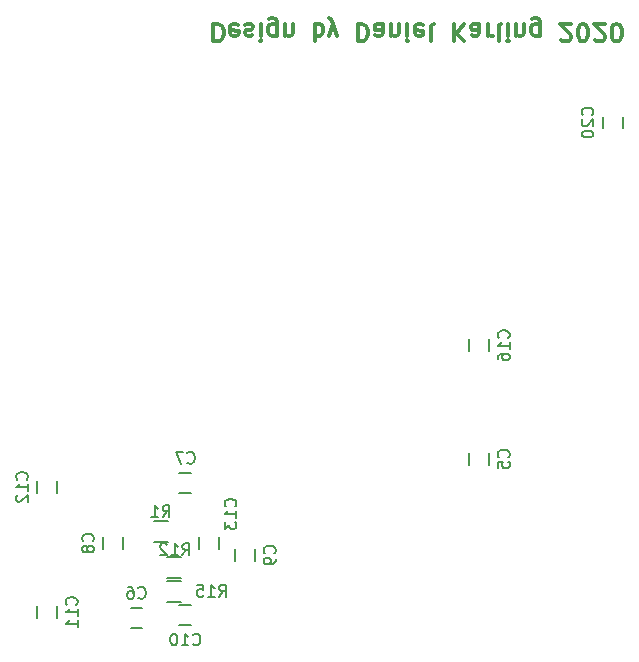
<source format=gbr>
G04 #@! TF.GenerationSoftware,KiCad,Pcbnew,(5.1.4)-1*
G04 #@! TF.CreationDate,2020-04-24T18:52:46+02:00*
G04 #@! TF.ProjectId,electronic_load,656c6563-7472-46f6-9e69-635f6c6f6164,rev?*
G04 #@! TF.SameCoordinates,Original*
G04 #@! TF.FileFunction,Legend,Bot*
G04 #@! TF.FilePolarity,Positive*
%FSLAX46Y46*%
G04 Gerber Fmt 4.6, Leading zero omitted, Abs format (unit mm)*
G04 Created by KiCad (PCBNEW (5.1.4)-1) date 2020-04-24 18:52:46*
%MOMM*%
%LPD*%
G04 APERTURE LIST*
%ADD10C,0.300000*%
%ADD11C,0.150000*%
G04 APERTURE END LIST*
D10*
X63839500Y-69806428D02*
X63839500Y-71306428D01*
X64196642Y-71306428D01*
X64410928Y-71235000D01*
X64553785Y-71092142D01*
X64625214Y-70949285D01*
X64696642Y-70663571D01*
X64696642Y-70449285D01*
X64625214Y-70163571D01*
X64553785Y-70020714D01*
X64410928Y-69877857D01*
X64196642Y-69806428D01*
X63839500Y-69806428D01*
X65910928Y-69877857D02*
X65768071Y-69806428D01*
X65482357Y-69806428D01*
X65339500Y-69877857D01*
X65268071Y-70020714D01*
X65268071Y-70592142D01*
X65339500Y-70735000D01*
X65482357Y-70806428D01*
X65768071Y-70806428D01*
X65910928Y-70735000D01*
X65982357Y-70592142D01*
X65982357Y-70449285D01*
X65268071Y-70306428D01*
X66553785Y-69877857D02*
X66696642Y-69806428D01*
X66982357Y-69806428D01*
X67125214Y-69877857D01*
X67196642Y-70020714D01*
X67196642Y-70092142D01*
X67125214Y-70235000D01*
X66982357Y-70306428D01*
X66768071Y-70306428D01*
X66625214Y-70377857D01*
X66553785Y-70520714D01*
X66553785Y-70592142D01*
X66625214Y-70735000D01*
X66768071Y-70806428D01*
X66982357Y-70806428D01*
X67125214Y-70735000D01*
X67839500Y-69806428D02*
X67839500Y-70806428D01*
X67839500Y-71306428D02*
X67768071Y-71235000D01*
X67839500Y-71163571D01*
X67910928Y-71235000D01*
X67839500Y-71306428D01*
X67839500Y-71163571D01*
X69196642Y-70806428D02*
X69196642Y-69592142D01*
X69125214Y-69449285D01*
X69053785Y-69377857D01*
X68910928Y-69306428D01*
X68696642Y-69306428D01*
X68553785Y-69377857D01*
X69196642Y-69877857D02*
X69053785Y-69806428D01*
X68768071Y-69806428D01*
X68625214Y-69877857D01*
X68553785Y-69949285D01*
X68482357Y-70092142D01*
X68482357Y-70520714D01*
X68553785Y-70663571D01*
X68625214Y-70735000D01*
X68768071Y-70806428D01*
X69053785Y-70806428D01*
X69196642Y-70735000D01*
X69910928Y-70806428D02*
X69910928Y-69806428D01*
X69910928Y-70663571D02*
X69982357Y-70735000D01*
X70125214Y-70806428D01*
X70339500Y-70806428D01*
X70482357Y-70735000D01*
X70553785Y-70592142D01*
X70553785Y-69806428D01*
X72410928Y-69806428D02*
X72410928Y-71306428D01*
X72410928Y-70735000D02*
X72553785Y-70806428D01*
X72839500Y-70806428D01*
X72982357Y-70735000D01*
X73053785Y-70663571D01*
X73125214Y-70520714D01*
X73125214Y-70092142D01*
X73053785Y-69949285D01*
X72982357Y-69877857D01*
X72839500Y-69806428D01*
X72553785Y-69806428D01*
X72410928Y-69877857D01*
X73625214Y-70806428D02*
X73982357Y-69806428D01*
X74339500Y-70806428D02*
X73982357Y-69806428D01*
X73839500Y-69449285D01*
X73768071Y-69377857D01*
X73625214Y-69306428D01*
X76053785Y-69806428D02*
X76053785Y-71306428D01*
X76410928Y-71306428D01*
X76625214Y-71235000D01*
X76768071Y-71092142D01*
X76839500Y-70949285D01*
X76910928Y-70663571D01*
X76910928Y-70449285D01*
X76839500Y-70163571D01*
X76768071Y-70020714D01*
X76625214Y-69877857D01*
X76410928Y-69806428D01*
X76053785Y-69806428D01*
X78196642Y-69806428D02*
X78196642Y-70592142D01*
X78125214Y-70735000D01*
X77982357Y-70806428D01*
X77696642Y-70806428D01*
X77553785Y-70735000D01*
X78196642Y-69877857D02*
X78053785Y-69806428D01*
X77696642Y-69806428D01*
X77553785Y-69877857D01*
X77482357Y-70020714D01*
X77482357Y-70163571D01*
X77553785Y-70306428D01*
X77696642Y-70377857D01*
X78053785Y-70377857D01*
X78196642Y-70449285D01*
X78910928Y-70806428D02*
X78910928Y-69806428D01*
X78910928Y-70663571D02*
X78982357Y-70735000D01*
X79125214Y-70806428D01*
X79339500Y-70806428D01*
X79482357Y-70735000D01*
X79553785Y-70592142D01*
X79553785Y-69806428D01*
X80268071Y-69806428D02*
X80268071Y-70806428D01*
X80268071Y-71306428D02*
X80196642Y-71235000D01*
X80268071Y-71163571D01*
X80339500Y-71235000D01*
X80268071Y-71306428D01*
X80268071Y-71163571D01*
X81553785Y-69877857D02*
X81410928Y-69806428D01*
X81125214Y-69806428D01*
X80982357Y-69877857D01*
X80910928Y-70020714D01*
X80910928Y-70592142D01*
X80982357Y-70735000D01*
X81125214Y-70806428D01*
X81410928Y-70806428D01*
X81553785Y-70735000D01*
X81625214Y-70592142D01*
X81625214Y-70449285D01*
X80910928Y-70306428D01*
X82482357Y-69806428D02*
X82339500Y-69877857D01*
X82268071Y-70020714D01*
X82268071Y-71306428D01*
X84196642Y-69806428D02*
X84196642Y-71306428D01*
X85053785Y-69806428D02*
X84410928Y-70663571D01*
X85053785Y-71306428D02*
X84196642Y-70449285D01*
X86339500Y-69806428D02*
X86339500Y-70592142D01*
X86268071Y-70735000D01*
X86125214Y-70806428D01*
X85839500Y-70806428D01*
X85696642Y-70735000D01*
X86339500Y-69877857D02*
X86196642Y-69806428D01*
X85839500Y-69806428D01*
X85696642Y-69877857D01*
X85625214Y-70020714D01*
X85625214Y-70163571D01*
X85696642Y-70306428D01*
X85839500Y-70377857D01*
X86196642Y-70377857D01*
X86339500Y-70449285D01*
X87053785Y-69806428D02*
X87053785Y-70806428D01*
X87053785Y-70520714D02*
X87125214Y-70663571D01*
X87196642Y-70735000D01*
X87339500Y-70806428D01*
X87482357Y-70806428D01*
X88196642Y-69806428D02*
X88053785Y-69877857D01*
X87982357Y-70020714D01*
X87982357Y-71306428D01*
X88768071Y-69806428D02*
X88768071Y-70806428D01*
X88768071Y-71306428D02*
X88696642Y-71235000D01*
X88768071Y-71163571D01*
X88839500Y-71235000D01*
X88768071Y-71306428D01*
X88768071Y-71163571D01*
X89482357Y-70806428D02*
X89482357Y-69806428D01*
X89482357Y-70663571D02*
X89553785Y-70735000D01*
X89696642Y-70806428D01*
X89910928Y-70806428D01*
X90053785Y-70735000D01*
X90125214Y-70592142D01*
X90125214Y-69806428D01*
X91482357Y-70806428D02*
X91482357Y-69592142D01*
X91410928Y-69449285D01*
X91339500Y-69377857D01*
X91196642Y-69306428D01*
X90982357Y-69306428D01*
X90839500Y-69377857D01*
X91482357Y-69877857D02*
X91339500Y-69806428D01*
X91053785Y-69806428D01*
X90910928Y-69877857D01*
X90839500Y-69949285D01*
X90768071Y-70092142D01*
X90768071Y-70520714D01*
X90839500Y-70663571D01*
X90910928Y-70735000D01*
X91053785Y-70806428D01*
X91339500Y-70806428D01*
X91482357Y-70735000D01*
X93268071Y-71163571D02*
X93339500Y-71235000D01*
X93482357Y-71306428D01*
X93839500Y-71306428D01*
X93982357Y-71235000D01*
X94053785Y-71163571D01*
X94125214Y-71020714D01*
X94125214Y-70877857D01*
X94053785Y-70663571D01*
X93196642Y-69806428D01*
X94125214Y-69806428D01*
X95053785Y-71306428D02*
X95196642Y-71306428D01*
X95339500Y-71235000D01*
X95410928Y-71163571D01*
X95482357Y-71020714D01*
X95553785Y-70735000D01*
X95553785Y-70377857D01*
X95482357Y-70092142D01*
X95410928Y-69949285D01*
X95339500Y-69877857D01*
X95196642Y-69806428D01*
X95053785Y-69806428D01*
X94910928Y-69877857D01*
X94839500Y-69949285D01*
X94768071Y-70092142D01*
X94696642Y-70377857D01*
X94696642Y-70735000D01*
X94768071Y-71020714D01*
X94839500Y-71163571D01*
X94910928Y-71235000D01*
X95053785Y-71306428D01*
X96125214Y-71163571D02*
X96196642Y-71235000D01*
X96339500Y-71306428D01*
X96696642Y-71306428D01*
X96839500Y-71235000D01*
X96910928Y-71163571D01*
X96982357Y-71020714D01*
X96982357Y-70877857D01*
X96910928Y-70663571D01*
X96053785Y-69806428D01*
X96982357Y-69806428D01*
X97910928Y-71306428D02*
X98053785Y-71306428D01*
X98196642Y-71235000D01*
X98268071Y-71163571D01*
X98339500Y-71020714D01*
X98410928Y-70735000D01*
X98410928Y-70377857D01*
X98339500Y-70092142D01*
X98268071Y-69949285D01*
X98196642Y-69877857D01*
X98053785Y-69806428D01*
X97910928Y-69806428D01*
X97768071Y-69877857D01*
X97696642Y-69949285D01*
X97625214Y-70092142D01*
X97553785Y-70377857D01*
X97553785Y-70735000D01*
X97625214Y-71020714D01*
X97696642Y-71163571D01*
X97768071Y-71235000D01*
X97910928Y-71306428D01*
D11*
X98513000Y-77668500D02*
X98513000Y-78668500D01*
X96813000Y-78668500D02*
X96813000Y-77668500D01*
X85510000Y-97544000D02*
X85510000Y-96544000D01*
X87210000Y-96544000D02*
X87210000Y-97544000D01*
X64350000Y-113292000D02*
X64350000Y-114292000D01*
X62650000Y-114292000D02*
X62650000Y-113292000D01*
X50634000Y-108544500D02*
X50634000Y-109544500D01*
X48934000Y-109544500D02*
X48934000Y-108544500D01*
X48934000Y-120134000D02*
X48934000Y-119134000D01*
X50634000Y-119134000D02*
X50634000Y-120134000D01*
X60968000Y-119038000D02*
X61968000Y-119038000D01*
X61968000Y-120738000D02*
X60968000Y-120738000D01*
X65698000Y-115308000D02*
X65698000Y-114308000D01*
X67398000Y-114308000D02*
X67398000Y-115308000D01*
X56222000Y-113292000D02*
X56222000Y-114292000D01*
X54522000Y-114292000D02*
X54522000Y-113292000D01*
X61968000Y-109562000D02*
X60968000Y-109562000D01*
X60968000Y-107862000D02*
X61968000Y-107862000D01*
X57825500Y-120992000D02*
X56825500Y-120992000D01*
X56825500Y-119292000D02*
X57825500Y-119292000D01*
X85510000Y-107180000D02*
X85510000Y-106180000D01*
X87210000Y-106180000D02*
X87210000Y-107180000D01*
X59918000Y-118731000D02*
X61118000Y-118731000D01*
X61118000Y-116981000D02*
X59918000Y-116981000D01*
X59918000Y-116699000D02*
X61118000Y-116699000D01*
X61118000Y-114949000D02*
X59918000Y-114949000D01*
X58770000Y-113651000D02*
X59970000Y-113651000D01*
X59970000Y-111901000D02*
X58770000Y-111901000D01*
X95920142Y-77525642D02*
X95967761Y-77478023D01*
X96015380Y-77335166D01*
X96015380Y-77239928D01*
X95967761Y-77097071D01*
X95872523Y-77001833D01*
X95777285Y-76954214D01*
X95586809Y-76906595D01*
X95443952Y-76906595D01*
X95253476Y-76954214D01*
X95158238Y-77001833D01*
X95063000Y-77097071D01*
X95015380Y-77239928D01*
X95015380Y-77335166D01*
X95063000Y-77478023D01*
X95110619Y-77525642D01*
X95110619Y-77906595D02*
X95063000Y-77954214D01*
X95015380Y-78049452D01*
X95015380Y-78287547D01*
X95063000Y-78382785D01*
X95110619Y-78430404D01*
X95205857Y-78478023D01*
X95301095Y-78478023D01*
X95443952Y-78430404D01*
X96015380Y-77858976D01*
X96015380Y-78478023D01*
X95015380Y-79097071D02*
X95015380Y-79192309D01*
X95063000Y-79287547D01*
X95110619Y-79335166D01*
X95205857Y-79382785D01*
X95396333Y-79430404D01*
X95634428Y-79430404D01*
X95824904Y-79382785D01*
X95920142Y-79335166D01*
X95967761Y-79287547D01*
X96015380Y-79192309D01*
X96015380Y-79097071D01*
X95967761Y-79001833D01*
X95920142Y-78954214D01*
X95824904Y-78906595D01*
X95634428Y-78858976D01*
X95396333Y-78858976D01*
X95205857Y-78906595D01*
X95110619Y-78954214D01*
X95063000Y-79001833D01*
X95015380Y-79097071D01*
X88817142Y-96401142D02*
X88864761Y-96353523D01*
X88912380Y-96210666D01*
X88912380Y-96115428D01*
X88864761Y-95972571D01*
X88769523Y-95877333D01*
X88674285Y-95829714D01*
X88483809Y-95782095D01*
X88340952Y-95782095D01*
X88150476Y-95829714D01*
X88055238Y-95877333D01*
X87960000Y-95972571D01*
X87912380Y-96115428D01*
X87912380Y-96210666D01*
X87960000Y-96353523D01*
X88007619Y-96401142D01*
X88912380Y-97353523D02*
X88912380Y-96782095D01*
X88912380Y-97067809D02*
X87912380Y-97067809D01*
X88055238Y-96972571D01*
X88150476Y-96877333D01*
X88198095Y-96782095D01*
X87912380Y-98210666D02*
X87912380Y-98020190D01*
X87960000Y-97924952D01*
X88007619Y-97877333D01*
X88150476Y-97782095D01*
X88340952Y-97734476D01*
X88721904Y-97734476D01*
X88817142Y-97782095D01*
X88864761Y-97829714D01*
X88912380Y-97924952D01*
X88912380Y-98115428D01*
X88864761Y-98210666D01*
X88817142Y-98258285D01*
X88721904Y-98305904D01*
X88483809Y-98305904D01*
X88388571Y-98258285D01*
X88340952Y-98210666D01*
X88293333Y-98115428D01*
X88293333Y-97924952D01*
X88340952Y-97829714D01*
X88388571Y-97782095D01*
X88483809Y-97734476D01*
X65698642Y-110672642D02*
X65746261Y-110625023D01*
X65793880Y-110482166D01*
X65793880Y-110386928D01*
X65746261Y-110244071D01*
X65651023Y-110148833D01*
X65555785Y-110101214D01*
X65365309Y-110053595D01*
X65222452Y-110053595D01*
X65031976Y-110101214D01*
X64936738Y-110148833D01*
X64841500Y-110244071D01*
X64793880Y-110386928D01*
X64793880Y-110482166D01*
X64841500Y-110625023D01*
X64889119Y-110672642D01*
X65793880Y-111625023D02*
X65793880Y-111053595D01*
X65793880Y-111339309D02*
X64793880Y-111339309D01*
X64936738Y-111244071D01*
X65031976Y-111148833D01*
X65079595Y-111053595D01*
X64793880Y-111958357D02*
X64793880Y-112577404D01*
X65174833Y-112244071D01*
X65174833Y-112386928D01*
X65222452Y-112482166D01*
X65270071Y-112529785D01*
X65365309Y-112577404D01*
X65603404Y-112577404D01*
X65698642Y-112529785D01*
X65746261Y-112482166D01*
X65793880Y-112386928D01*
X65793880Y-112101214D01*
X65746261Y-112005976D01*
X65698642Y-111958357D01*
X48041142Y-108401642D02*
X48088761Y-108354023D01*
X48136380Y-108211166D01*
X48136380Y-108115928D01*
X48088761Y-107973071D01*
X47993523Y-107877833D01*
X47898285Y-107830214D01*
X47707809Y-107782595D01*
X47564952Y-107782595D01*
X47374476Y-107830214D01*
X47279238Y-107877833D01*
X47184000Y-107973071D01*
X47136380Y-108115928D01*
X47136380Y-108211166D01*
X47184000Y-108354023D01*
X47231619Y-108401642D01*
X48136380Y-109354023D02*
X48136380Y-108782595D01*
X48136380Y-109068309D02*
X47136380Y-109068309D01*
X47279238Y-108973071D01*
X47374476Y-108877833D01*
X47422095Y-108782595D01*
X47231619Y-109734976D02*
X47184000Y-109782595D01*
X47136380Y-109877833D01*
X47136380Y-110115928D01*
X47184000Y-110211166D01*
X47231619Y-110258785D01*
X47326857Y-110306404D01*
X47422095Y-110306404D01*
X47564952Y-110258785D01*
X48136380Y-109687357D01*
X48136380Y-110306404D01*
X52241142Y-118991142D02*
X52288761Y-118943523D01*
X52336380Y-118800666D01*
X52336380Y-118705428D01*
X52288761Y-118562571D01*
X52193523Y-118467333D01*
X52098285Y-118419714D01*
X51907809Y-118372095D01*
X51764952Y-118372095D01*
X51574476Y-118419714D01*
X51479238Y-118467333D01*
X51384000Y-118562571D01*
X51336380Y-118705428D01*
X51336380Y-118800666D01*
X51384000Y-118943523D01*
X51431619Y-118991142D01*
X52336380Y-119943523D02*
X52336380Y-119372095D01*
X52336380Y-119657809D02*
X51336380Y-119657809D01*
X51479238Y-119562571D01*
X51574476Y-119467333D01*
X51622095Y-119372095D01*
X52336380Y-120895904D02*
X52336380Y-120324476D01*
X52336380Y-120610190D02*
X51336380Y-120610190D01*
X51479238Y-120514952D01*
X51574476Y-120419714D01*
X51622095Y-120324476D01*
X62110857Y-122345142D02*
X62158476Y-122392761D01*
X62301333Y-122440380D01*
X62396571Y-122440380D01*
X62539428Y-122392761D01*
X62634666Y-122297523D01*
X62682285Y-122202285D01*
X62729904Y-122011809D01*
X62729904Y-121868952D01*
X62682285Y-121678476D01*
X62634666Y-121583238D01*
X62539428Y-121488000D01*
X62396571Y-121440380D01*
X62301333Y-121440380D01*
X62158476Y-121488000D01*
X62110857Y-121535619D01*
X61158476Y-122440380D02*
X61729904Y-122440380D01*
X61444190Y-122440380D02*
X61444190Y-121440380D01*
X61539428Y-121583238D01*
X61634666Y-121678476D01*
X61729904Y-121726095D01*
X60539428Y-121440380D02*
X60444190Y-121440380D01*
X60348952Y-121488000D01*
X60301333Y-121535619D01*
X60253714Y-121630857D01*
X60206095Y-121821333D01*
X60206095Y-122059428D01*
X60253714Y-122249904D01*
X60301333Y-122345142D01*
X60348952Y-122392761D01*
X60444190Y-122440380D01*
X60539428Y-122440380D01*
X60634666Y-122392761D01*
X60682285Y-122345142D01*
X60729904Y-122249904D01*
X60777523Y-122059428D01*
X60777523Y-121821333D01*
X60729904Y-121630857D01*
X60682285Y-121535619D01*
X60634666Y-121488000D01*
X60539428Y-121440380D01*
X69005142Y-114641333D02*
X69052761Y-114593714D01*
X69100380Y-114450857D01*
X69100380Y-114355619D01*
X69052761Y-114212761D01*
X68957523Y-114117523D01*
X68862285Y-114069904D01*
X68671809Y-114022285D01*
X68528952Y-114022285D01*
X68338476Y-114069904D01*
X68243238Y-114117523D01*
X68148000Y-114212761D01*
X68100380Y-114355619D01*
X68100380Y-114450857D01*
X68148000Y-114593714D01*
X68195619Y-114641333D01*
X69100380Y-115117523D02*
X69100380Y-115308000D01*
X69052761Y-115403238D01*
X69005142Y-115450857D01*
X68862285Y-115546095D01*
X68671809Y-115593714D01*
X68290857Y-115593714D01*
X68195619Y-115546095D01*
X68148000Y-115498476D01*
X68100380Y-115403238D01*
X68100380Y-115212761D01*
X68148000Y-115117523D01*
X68195619Y-115069904D01*
X68290857Y-115022285D01*
X68528952Y-115022285D01*
X68624190Y-115069904D01*
X68671809Y-115117523D01*
X68719428Y-115212761D01*
X68719428Y-115403238D01*
X68671809Y-115498476D01*
X68624190Y-115546095D01*
X68528952Y-115593714D01*
X53629142Y-113625333D02*
X53676761Y-113577714D01*
X53724380Y-113434857D01*
X53724380Y-113339619D01*
X53676761Y-113196761D01*
X53581523Y-113101523D01*
X53486285Y-113053904D01*
X53295809Y-113006285D01*
X53152952Y-113006285D01*
X52962476Y-113053904D01*
X52867238Y-113101523D01*
X52772000Y-113196761D01*
X52724380Y-113339619D01*
X52724380Y-113434857D01*
X52772000Y-113577714D01*
X52819619Y-113625333D01*
X53152952Y-114196761D02*
X53105333Y-114101523D01*
X53057714Y-114053904D01*
X52962476Y-114006285D01*
X52914857Y-114006285D01*
X52819619Y-114053904D01*
X52772000Y-114101523D01*
X52724380Y-114196761D01*
X52724380Y-114387238D01*
X52772000Y-114482476D01*
X52819619Y-114530095D01*
X52914857Y-114577714D01*
X52962476Y-114577714D01*
X53057714Y-114530095D01*
X53105333Y-114482476D01*
X53152952Y-114387238D01*
X53152952Y-114196761D01*
X53200571Y-114101523D01*
X53248190Y-114053904D01*
X53343428Y-114006285D01*
X53533904Y-114006285D01*
X53629142Y-114053904D01*
X53676761Y-114101523D01*
X53724380Y-114196761D01*
X53724380Y-114387238D01*
X53676761Y-114482476D01*
X53629142Y-114530095D01*
X53533904Y-114577714D01*
X53343428Y-114577714D01*
X53248190Y-114530095D01*
X53200571Y-114482476D01*
X53152952Y-114387238D01*
X61634666Y-106969142D02*
X61682285Y-107016761D01*
X61825142Y-107064380D01*
X61920380Y-107064380D01*
X62063238Y-107016761D01*
X62158476Y-106921523D01*
X62206095Y-106826285D01*
X62253714Y-106635809D01*
X62253714Y-106492952D01*
X62206095Y-106302476D01*
X62158476Y-106207238D01*
X62063238Y-106112000D01*
X61920380Y-106064380D01*
X61825142Y-106064380D01*
X61682285Y-106112000D01*
X61634666Y-106159619D01*
X61301333Y-106064380D02*
X60634666Y-106064380D01*
X61063238Y-107064380D01*
X57492166Y-118399142D02*
X57539785Y-118446761D01*
X57682642Y-118494380D01*
X57777880Y-118494380D01*
X57920738Y-118446761D01*
X58015976Y-118351523D01*
X58063595Y-118256285D01*
X58111214Y-118065809D01*
X58111214Y-117922952D01*
X58063595Y-117732476D01*
X58015976Y-117637238D01*
X57920738Y-117542000D01*
X57777880Y-117494380D01*
X57682642Y-117494380D01*
X57539785Y-117542000D01*
X57492166Y-117589619D01*
X56635023Y-117494380D02*
X56825500Y-117494380D01*
X56920738Y-117542000D01*
X56968357Y-117589619D01*
X57063595Y-117732476D01*
X57111214Y-117922952D01*
X57111214Y-118303904D01*
X57063595Y-118399142D01*
X57015976Y-118446761D01*
X56920738Y-118494380D01*
X56730261Y-118494380D01*
X56635023Y-118446761D01*
X56587404Y-118399142D01*
X56539785Y-118303904D01*
X56539785Y-118065809D01*
X56587404Y-117970571D01*
X56635023Y-117922952D01*
X56730261Y-117875333D01*
X56920738Y-117875333D01*
X57015976Y-117922952D01*
X57063595Y-117970571D01*
X57111214Y-118065809D01*
X88817142Y-106513333D02*
X88864761Y-106465714D01*
X88912380Y-106322857D01*
X88912380Y-106227619D01*
X88864761Y-106084761D01*
X88769523Y-105989523D01*
X88674285Y-105941904D01*
X88483809Y-105894285D01*
X88340952Y-105894285D01*
X88150476Y-105941904D01*
X88055238Y-105989523D01*
X87960000Y-106084761D01*
X87912380Y-106227619D01*
X87912380Y-106322857D01*
X87960000Y-106465714D01*
X88007619Y-106513333D01*
X87912380Y-107418095D02*
X87912380Y-106941904D01*
X88388571Y-106894285D01*
X88340952Y-106941904D01*
X88293333Y-107037142D01*
X88293333Y-107275238D01*
X88340952Y-107370476D01*
X88388571Y-107418095D01*
X88483809Y-107465714D01*
X88721904Y-107465714D01*
X88817142Y-107418095D01*
X88864761Y-107370476D01*
X88912380Y-107275238D01*
X88912380Y-107037142D01*
X88864761Y-106941904D01*
X88817142Y-106894285D01*
X64333357Y-118308380D02*
X64666690Y-117832190D01*
X64904785Y-118308380D02*
X64904785Y-117308380D01*
X64523833Y-117308380D01*
X64428595Y-117356000D01*
X64380976Y-117403619D01*
X64333357Y-117498857D01*
X64333357Y-117641714D01*
X64380976Y-117736952D01*
X64428595Y-117784571D01*
X64523833Y-117832190D01*
X64904785Y-117832190D01*
X63380976Y-118308380D02*
X63952404Y-118308380D01*
X63666690Y-118308380D02*
X63666690Y-117308380D01*
X63761928Y-117451238D01*
X63857166Y-117546476D01*
X63952404Y-117594095D01*
X62476214Y-117308380D02*
X62952404Y-117308380D01*
X63000023Y-117784571D01*
X62952404Y-117736952D01*
X62857166Y-117689333D01*
X62619071Y-117689333D01*
X62523833Y-117736952D01*
X62476214Y-117784571D01*
X62428595Y-117879809D01*
X62428595Y-118117904D01*
X62476214Y-118213142D01*
X62523833Y-118260761D01*
X62619071Y-118308380D01*
X62857166Y-118308380D01*
X62952404Y-118260761D01*
X63000023Y-118213142D01*
X61221857Y-114815880D02*
X61555190Y-114339690D01*
X61793285Y-114815880D02*
X61793285Y-113815880D01*
X61412333Y-113815880D01*
X61317095Y-113863500D01*
X61269476Y-113911119D01*
X61221857Y-114006357D01*
X61221857Y-114149214D01*
X61269476Y-114244452D01*
X61317095Y-114292071D01*
X61412333Y-114339690D01*
X61793285Y-114339690D01*
X60269476Y-114815880D02*
X60840904Y-114815880D01*
X60555190Y-114815880D02*
X60555190Y-113815880D01*
X60650428Y-113958738D01*
X60745666Y-114053976D01*
X60840904Y-114101595D01*
X59888523Y-113911119D02*
X59840904Y-113863500D01*
X59745666Y-113815880D01*
X59507571Y-113815880D01*
X59412333Y-113863500D01*
X59364714Y-113911119D01*
X59317095Y-114006357D01*
X59317095Y-114101595D01*
X59364714Y-114244452D01*
X59936142Y-114815880D01*
X59317095Y-114815880D01*
X59536666Y-111577380D02*
X59870000Y-111101190D01*
X60108095Y-111577380D02*
X60108095Y-110577380D01*
X59727142Y-110577380D01*
X59631904Y-110625000D01*
X59584285Y-110672619D01*
X59536666Y-110767857D01*
X59536666Y-110910714D01*
X59584285Y-111005952D01*
X59631904Y-111053571D01*
X59727142Y-111101190D01*
X60108095Y-111101190D01*
X58584285Y-111577380D02*
X59155714Y-111577380D01*
X58870000Y-111577380D02*
X58870000Y-110577380D01*
X58965238Y-110720238D01*
X59060476Y-110815476D01*
X59155714Y-110863095D01*
M02*

</source>
